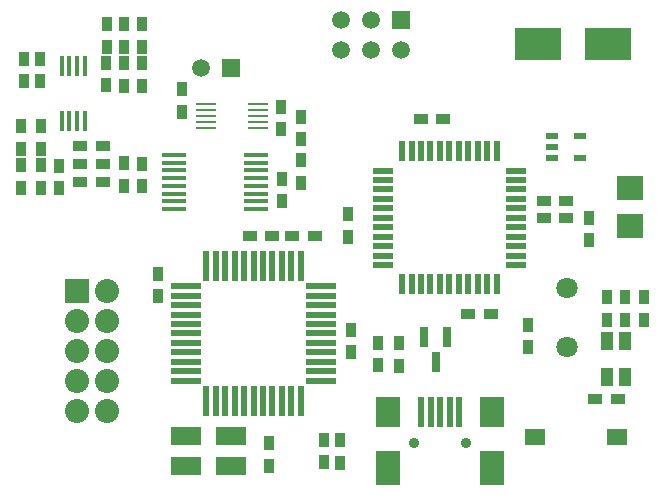
<source format=gts>
%FSLAX25Y25*%
%MOIN*%
G70*
G01*
G75*
G04 Layer_Color=8388736*
%ADD10R,0.15748X0.11024*%
%ADD11R,0.03937X0.02362*%
%ADD12R,0.08661X0.07874*%
%ADD13R,0.03543X0.04724*%
%ADD14R,0.08268X0.01575*%
%ADD15R,0.04724X0.03543*%
%ADD16R,0.09843X0.06299*%
%ADD17R,0.09843X0.02165*%
%ADD18R,0.02165X0.09843*%
%ADD19R,0.02165X0.06890*%
%ADD20R,0.06890X0.02165*%
%ADD21R,0.03150X0.07087*%
%ADD22R,0.07874X0.11811*%
%ADD23R,0.07874X0.09843*%
%ADD24R,0.01969X0.09843*%
%ADD25R,0.06890X0.05512*%
%ADD26R,0.04331X0.05906*%
%ADD27R,0.01693X0.07087*%
%ADD28R,0.07087X0.01063*%
%ADD29C,0.03937*%
%ADD30C,0.07874*%
%ADD31C,0.01969*%
%ADD32C,0.05906*%
%ADD33C,0.03150*%
%ADD34C,0.01181*%
%ADD35C,0.01575*%
%ADD36C,0.00984*%
%ADD37C,0.02953*%
%ADD38R,0.03228X0.07126*%
%ADD39R,0.07087X0.03543*%
%ADD40R,0.07126X0.02992*%
%ADD41R,0.07126X0.03071*%
%ADD42R,0.08307X0.06654*%
%ADD43R,0.07323X0.04764*%
%ADD44R,0.08268X0.06732*%
%ADD45R,0.07559X0.04646*%
%ADD46R,0.07677X0.05827*%
%ADD47R,0.06221X0.09764*%
%ADD48R,0.05906X0.16339*%
%ADD49C,0.07087*%
%ADD50C,0.03543*%
%ADD51C,0.05906*%
%ADD52R,0.05906X0.05906*%
%ADD53C,0.08032*%
%ADD54R,0.08032X0.08032*%
%ADD55C,0.02362*%
%ADD56R,0.07874X0.08661*%
%ADD57R,0.09488X0.23622*%
%ADD58R,0.06299X0.02362*%
%ADD59C,0.02362*%
%ADD60C,0.01000*%
%ADD61C,0.00787*%
D10*
X179213Y150315D02*
D03*
X202441D02*
D03*
D11*
X183953Y119567D02*
D03*
Y115827D02*
D03*
Y112087D02*
D03*
X193402D02*
D03*
Y119567D02*
D03*
D12*
X209764Y89567D02*
D03*
Y102165D02*
D03*
D13*
X100394Y118567D02*
D03*
Y126047D02*
D03*
Y111433D02*
D03*
Y103953D02*
D03*
X89724Y17150D02*
D03*
Y9669D02*
D03*
X52480Y73724D02*
D03*
Y66244D02*
D03*
X116890Y54945D02*
D03*
Y47465D02*
D03*
X115827Y93488D02*
D03*
Y86008D02*
D03*
X175827Y49189D02*
D03*
Y56669D02*
D03*
X196181Y84858D02*
D03*
Y92339D02*
D03*
X107795Y10764D02*
D03*
Y18244D02*
D03*
X113307Y10606D02*
D03*
Y18087D02*
D03*
X125984Y50567D02*
D03*
Y43087D02*
D03*
X132756Y50535D02*
D03*
Y43055D02*
D03*
X202323Y65850D02*
D03*
Y58370D02*
D03*
X208228Y58402D02*
D03*
Y65882D02*
D03*
X214488Y58402D02*
D03*
Y65882D02*
D03*
X41102Y110417D02*
D03*
Y102937D02*
D03*
X47283Y102929D02*
D03*
Y110409D02*
D03*
X7913Y137811D02*
D03*
Y145291D02*
D03*
X13386Y137811D02*
D03*
Y145291D02*
D03*
X35394Y136433D02*
D03*
Y143913D02*
D03*
X35472Y149307D02*
D03*
Y156787D02*
D03*
X41260Y149386D02*
D03*
Y156866D02*
D03*
X47401Y149386D02*
D03*
Y156866D02*
D03*
X41260Y136276D02*
D03*
Y143756D02*
D03*
X47401Y136276D02*
D03*
Y143756D02*
D03*
X6968Y122858D02*
D03*
Y115378D02*
D03*
X13465Y122780D02*
D03*
Y115299D02*
D03*
X6968Y109787D02*
D03*
Y102307D02*
D03*
X13465Y109787D02*
D03*
Y102307D02*
D03*
X19685Y109709D02*
D03*
Y102228D02*
D03*
X93858Y105299D02*
D03*
Y97819D02*
D03*
X60433Y135221D02*
D03*
Y127740D02*
D03*
X93622Y129236D02*
D03*
Y121756D02*
D03*
D14*
X58031Y113209D02*
D03*
Y110650D02*
D03*
Y108090D02*
D03*
Y105532D02*
D03*
Y102972D02*
D03*
Y100413D02*
D03*
Y97854D02*
D03*
Y95295D02*
D03*
X85197Y113209D02*
D03*
Y110650D02*
D03*
Y108090D02*
D03*
Y105532D02*
D03*
Y102972D02*
D03*
Y100413D02*
D03*
Y97854D02*
D03*
Y95295D02*
D03*
D15*
X97378Y86142D02*
D03*
X104858D02*
D03*
X83244D02*
D03*
X90724D02*
D03*
X155961Y60158D02*
D03*
X163441D02*
D03*
X147701Y125276D02*
D03*
X140220D02*
D03*
X181197Y92323D02*
D03*
X188677D02*
D03*
X181197Y98071D02*
D03*
X188677D02*
D03*
X198284Y31850D02*
D03*
X205764D02*
D03*
X34157Y116102D02*
D03*
X26677D02*
D03*
X34197Y110197D02*
D03*
X26717D02*
D03*
X34197Y104173D02*
D03*
X26717D02*
D03*
D16*
X61925Y19705D02*
D03*
X76925D02*
D03*
X61925Y9705D02*
D03*
X76925D02*
D03*
D17*
X61984Y38012D02*
D03*
Y41161D02*
D03*
Y44311D02*
D03*
Y47461D02*
D03*
Y50610D02*
D03*
Y53760D02*
D03*
Y56910D02*
D03*
Y60059D02*
D03*
Y63209D02*
D03*
Y66358D02*
D03*
Y69508D02*
D03*
X106866D02*
D03*
Y66358D02*
D03*
Y63209D02*
D03*
Y60059D02*
D03*
Y56910D02*
D03*
Y53760D02*
D03*
Y50610D02*
D03*
Y47461D02*
D03*
Y44311D02*
D03*
Y41161D02*
D03*
Y38012D02*
D03*
D18*
X68677Y76201D02*
D03*
X71827D02*
D03*
X74976D02*
D03*
X78126D02*
D03*
X81276D02*
D03*
X84425D02*
D03*
X87575D02*
D03*
X90724D02*
D03*
X93874D02*
D03*
X97024D02*
D03*
X100173D02*
D03*
Y31319D02*
D03*
X97024D02*
D03*
X93874D02*
D03*
X90724D02*
D03*
X87575D02*
D03*
X84425D02*
D03*
X81276D02*
D03*
X78126D02*
D03*
X74976D02*
D03*
X71827D02*
D03*
X68677D02*
D03*
D19*
X165433Y114469D02*
D03*
X162284D02*
D03*
X159134D02*
D03*
X155984D02*
D03*
X152835D02*
D03*
X149685D02*
D03*
X146535D02*
D03*
X143386D02*
D03*
X140236D02*
D03*
X137087D02*
D03*
X133937D02*
D03*
Y70177D02*
D03*
X137087D02*
D03*
X140236D02*
D03*
X143386D02*
D03*
X146535D02*
D03*
X149685D02*
D03*
X152835D02*
D03*
X155984D02*
D03*
X159134D02*
D03*
X162284D02*
D03*
X165433D02*
D03*
D20*
X127539Y108071D02*
D03*
Y104921D02*
D03*
Y101772D02*
D03*
Y98622D02*
D03*
Y95472D02*
D03*
Y92323D02*
D03*
Y89173D02*
D03*
Y86024D02*
D03*
Y82874D02*
D03*
Y79724D02*
D03*
Y76575D02*
D03*
X171831D02*
D03*
Y79724D02*
D03*
Y82874D02*
D03*
Y86024D02*
D03*
Y89173D02*
D03*
Y92323D02*
D03*
Y95472D02*
D03*
Y98622D02*
D03*
Y101772D02*
D03*
Y104921D02*
D03*
Y108071D02*
D03*
D21*
X145118Y44173D02*
D03*
X141378Y52441D02*
D03*
X148858D02*
D03*
D22*
X129370Y8779D02*
D03*
X164016D02*
D03*
D23*
X129370Y27480D02*
D03*
X164016D02*
D03*
D24*
X140394D02*
D03*
X143543D02*
D03*
X146693D02*
D03*
X149843D02*
D03*
X152992D02*
D03*
D25*
X205720Y19350D02*
D03*
X178161D02*
D03*
D26*
X202323Y51142D02*
D03*
X208228D02*
D03*
X202323Y39331D02*
D03*
X208228D02*
D03*
D27*
X20453Y124626D02*
D03*
X23012D02*
D03*
X25571D02*
D03*
X28130D02*
D03*
X20453Y142933D02*
D03*
X23012D02*
D03*
X25571D02*
D03*
X28130D02*
D03*
D28*
X85945Y122402D02*
D03*
Y124370D02*
D03*
Y126339D02*
D03*
Y128307D02*
D03*
Y130276D02*
D03*
X68622Y122402D02*
D03*
Y124370D02*
D03*
Y126339D02*
D03*
Y128307D02*
D03*
Y130276D02*
D03*
D49*
X188858Y49173D02*
D03*
Y68858D02*
D03*
D50*
X155354Y17244D02*
D03*
X138031D02*
D03*
D51*
X67047Y142165D02*
D03*
X113661Y148150D02*
D03*
Y158150D02*
D03*
X123661Y148150D02*
D03*
Y158150D02*
D03*
X133661Y148150D02*
D03*
D52*
X77047Y142165D02*
D03*
X133661Y158150D02*
D03*
D53*
X35630Y67992D02*
D03*
Y57992D02*
D03*
Y47992D02*
D03*
Y37992D02*
D03*
Y27992D02*
D03*
X25630Y57992D02*
D03*
Y47992D02*
D03*
Y37992D02*
D03*
Y27992D02*
D03*
D54*
Y67992D02*
D03*
M02*

</source>
